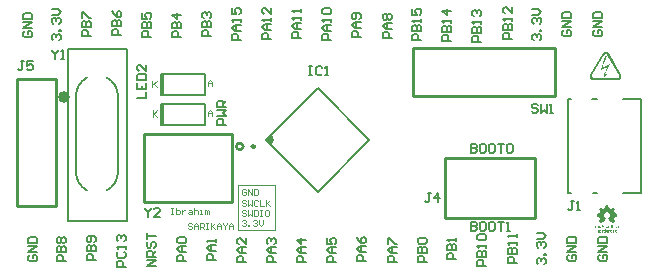
<source format=gto>
G04*
G04 #@! TF.GenerationSoftware,Altium Limited,Altium Designer,20.0.13 (296)*
G04*
G04 Layer_Color=65535*
%FSLAX25Y25*%
%MOIN*%
G70*
G01*
G75*
%ADD10C,0.00787*%
%ADD11C,0.00984*%
%ADD12C,0.00500*%
%ADD13C,0.01000*%
%ADD14C,0.04000*%
%ADD15C,0.00394*%
%ADD16C,0.00400*%
%ADD17C,0.00600*%
%ADD18R,0.01000X0.07000*%
G36*
X85537Y44540D02*
X87207Y46211D01*
X88042Y45375D01*
Y43705D01*
X87207Y42870D01*
X85537Y44540D01*
D02*
G37*
G36*
X199751Y22823D02*
Y22806D01*
X199922Y21935D01*
Y21918D01*
X199939Y21901D01*
X199956Y21884D01*
X200536Y21645D01*
X200588D01*
X201322Y22157D01*
X201339D01*
X201373Y22140D01*
X202005Y21542D01*
Y21525D01*
Y21508D01*
Y21491D01*
Y21474D01*
X201493Y20756D01*
Y20722D01*
Y20705D01*
Y20688D01*
X201766Y20090D01*
Y20073D01*
X201783Y20056D01*
X201817D01*
X202637Y19903D01*
X202671D01*
X202689Y19885D01*
Y19868D01*
Y18997D01*
Y18980D01*
X202671Y18963D01*
X202637D01*
X201835Y18792D01*
X201817D01*
X201800Y18775D01*
X201783Y18758D01*
X201527Y18109D01*
Y18092D01*
Y18075D01*
Y18058D01*
Y18041D01*
X202005Y17375D01*
Y17341D01*
Y17323D01*
X201373Y16709D01*
X201356Y16691D01*
X201339D01*
X201322Y16709D01*
X200656Y17153D01*
X200588D01*
X200314Y16999D01*
X200280D01*
X200263Y17016D01*
X199648Y18485D01*
Y18502D01*
X199665Y18553D01*
X199751Y18587D01*
X199768Y18604D01*
X199785Y18621D01*
X199802Y18639D01*
X199853Y18673D01*
X199922Y18741D01*
X200007Y18826D01*
X200092Y18929D01*
X200161Y19066D01*
X200212Y19219D01*
X200229Y19407D01*
Y19424D01*
Y19476D01*
X200212Y19544D01*
X200195Y19646D01*
X200161Y19749D01*
X200109Y19868D01*
X200041Y19988D01*
X199956Y20090D01*
X199939Y20108D01*
X199904Y20142D01*
X199853Y20176D01*
X199768Y20244D01*
X199665Y20295D01*
X199546Y20330D01*
X199426Y20364D01*
X199273Y20381D01*
X199204D01*
X199136Y20364D01*
X199033Y20347D01*
X198931Y20312D01*
X198811Y20261D01*
X198709Y20193D01*
X198589Y20090D01*
X198572Y20073D01*
X198555Y20039D01*
X198504Y19988D01*
X198453Y19903D01*
X198401Y19800D01*
X198367Y19681D01*
X198333Y19561D01*
X198316Y19407D01*
Y19390D01*
Y19322D01*
X198333Y19236D01*
X198367Y19117D01*
X198418Y18997D01*
X198504Y18861D01*
X198606Y18741D01*
X198760Y18621D01*
Y18604D01*
X198777Y18587D01*
X198794D01*
X198880Y18553D01*
X198897Y18536D01*
Y18485D01*
X198299Y17016D01*
X198282D01*
X198231Y16999D01*
X197940Y17153D01*
X197889D01*
X197223Y16709D01*
X197206Y16691D01*
X197189D01*
X197172Y16709D01*
X196540Y17323D01*
Y17341D01*
Y17358D01*
Y17375D01*
X197018Y18041D01*
Y18058D01*
Y18075D01*
Y18092D01*
Y18109D01*
X196745Y18758D01*
Y18775D01*
X196711Y18792D01*
X195908Y18963D01*
X195891D01*
X195874Y18980D01*
X195856Y18997D01*
Y19868D01*
Y19885D01*
X195874Y19903D01*
X195908D01*
X196728Y20056D01*
X196745D01*
X196796Y20090D01*
X197035Y20688D01*
Y20705D01*
Y20722D01*
Y20739D01*
Y20756D01*
X196540Y21474D01*
Y21491D01*
Y21508D01*
Y21525D01*
Y21542D01*
X197172Y22140D01*
X197189Y22157D01*
X197223D01*
X197940Y21645D01*
X198009D01*
X198589Y21884D01*
X198606D01*
X198623Y21901D01*
Y21935D01*
X198794Y22806D01*
Y22823D01*
X198811Y22840D01*
X199734D01*
X199751Y22823D01*
D02*
G37*
G36*
X202074Y15957D02*
X202142Y15923D01*
X202005Y15752D01*
X201988Y15769D01*
X201971Y15786D01*
X201937Y15803D01*
X201903Y15820D01*
X201869D01*
X201817Y15803D01*
X201749Y15735D01*
X201732Y15684D01*
X201715Y15615D01*
Y15069D01*
X201527D01*
Y15991D01*
X201715D01*
Y15889D01*
X201732Y15906D01*
X201766Y15940D01*
X201852Y15974D01*
X201954Y15991D01*
X202005D01*
X202074Y15957D01*
D02*
G37*
G36*
X198145D02*
X198196Y15906D01*
X198248Y15855D01*
X198282Y15769D01*
X198299Y15667D01*
Y15069D01*
X198111D01*
Y15615D01*
Y15632D01*
Y15650D01*
X198094Y15718D01*
X198026Y15786D01*
X197992Y15820D01*
X197889D01*
X197838Y15803D01*
X197769Y15735D01*
X197752Y15684D01*
X197735Y15615D01*
Y15069D01*
X197547D01*
Y15991D01*
X197735D01*
Y15889D01*
X197752Y15906D01*
X197804Y15940D01*
X197872Y15974D01*
X197992Y15991D01*
X198043D01*
X198145Y15957D01*
D02*
G37*
G36*
X196301Y15974D02*
X196386Y15957D01*
X196471Y15889D01*
X196488Y15872D01*
X196505Y15803D01*
X196523Y15701D01*
Y15530D01*
Y15513D01*
Y15496D01*
Y15393D01*
X196505Y15274D01*
X196471Y15171D01*
X196454Y15154D01*
X196386Y15120D01*
X196301Y15069D01*
X196215Y15052D01*
X196198D01*
X196147Y15069D01*
X196061Y15103D01*
X195959Y15154D01*
Y14437D01*
X195976Y14454D01*
X196027Y14488D01*
X196096Y14522D01*
X196215Y14539D01*
X196266D01*
X196369Y14505D01*
X196420Y14471D01*
X196471Y14403D01*
X196505Y14334D01*
X196523Y14232D01*
Y13634D01*
X196335D01*
Y14164D01*
Y14181D01*
Y14198D01*
X196318Y14266D01*
X196249Y14334D01*
X196215Y14369D01*
X196113D01*
X196061Y14352D01*
X195993Y14283D01*
X195976Y14232D01*
X195959Y14164D01*
Y13634D01*
X195805D01*
Y15991D01*
X195959D01*
Y15889D01*
X195976Y15906D01*
X196044Y15940D01*
X196113Y15974D01*
X196215Y15991D01*
X196232D01*
X196301Y15974D01*
D02*
G37*
G36*
X199324D02*
X199426Y15940D01*
X199546Y15855D01*
X199443Y15735D01*
X199409Y15752D01*
X199341Y15786D01*
X199255Y15803D01*
X199187Y15820D01*
X199153D01*
X199102Y15803D01*
X199050Y15786D01*
X199016Y15718D01*
Y15701D01*
X199033Y15684D01*
X199067Y15650D01*
X199153Y15632D01*
X199307Y15615D01*
X199358D01*
X199443Y15564D01*
X199546Y15479D01*
X199563Y15428D01*
X199580Y15342D01*
Y15325D01*
Y15291D01*
X199563Y15257D01*
X199529Y15205D01*
X199477Y15137D01*
X199409Y15103D01*
X199324Y15069D01*
X199187Y15052D01*
X199153D01*
X199050Y15069D01*
X198931Y15120D01*
X198794Y15223D01*
X198914Y15342D01*
X198931Y15325D01*
X198999Y15291D01*
X199102Y15240D01*
X199204Y15223D01*
X199238D01*
X199307Y15240D01*
X199358Y15274D01*
X199392Y15308D01*
Y15342D01*
Y15359D01*
X199375Y15376D01*
X199341Y15410D01*
X199273Y15445D01*
X199085D01*
X199067Y15462D01*
X198982Y15496D01*
X198897Y15581D01*
X198880Y15632D01*
X198863Y15718D01*
Y15735D01*
Y15769D01*
X198897Y15855D01*
X198948Y15906D01*
X198999Y15957D01*
X199085Y15974D01*
X199187Y15991D01*
X199221D01*
X199324Y15974D01*
D02*
G37*
G36*
X202654D02*
X202757Y15923D01*
X202859Y15837D01*
X202723Y15718D01*
X202706Y15735D01*
X202671Y15769D01*
X202620Y15803D01*
X202535Y15820D01*
X202501D01*
X202432Y15786D01*
X202381Y15752D01*
X202347Y15701D01*
X202330Y15632D01*
X202313Y15530D01*
Y15513D01*
Y15479D01*
X202347Y15393D01*
X202415Y15291D01*
X202466Y15257D01*
X202535Y15240D01*
X202552D01*
X202603Y15257D01*
X202654Y15291D01*
X202723Y15342D01*
X202859Y15223D01*
X202842Y15188D01*
X202774Y15137D01*
X202671Y15086D01*
X202535Y15052D01*
X202466D01*
X202398Y15086D01*
X202330Y15120D01*
X202261Y15171D01*
X202193Y15257D01*
X202142Y15376D01*
X202125Y15530D01*
Y15547D01*
Y15598D01*
X202142Y15684D01*
X202176Y15769D01*
X202227Y15837D01*
X202296Y15923D01*
X202398Y15974D01*
X202535Y15991D01*
X202569D01*
X202654Y15974D01*
D02*
G37*
G36*
X201322Y15069D02*
X201134D01*
Y15154D01*
X201117Y15137D01*
X201066Y15103D01*
X200998Y15069D01*
X200912Y15052D01*
X200861D01*
X200758Y15086D01*
X200690Y15120D01*
X200639Y15188D01*
X200605Y15257D01*
X200588Y15359D01*
Y15991D01*
X200776D01*
Y15445D01*
Y15410D01*
X200793Y15342D01*
X200861Y15274D01*
X200895Y15257D01*
X200963Y15240D01*
X200998D01*
X201049Y15274D01*
X201100Y15325D01*
X201134Y15376D01*
Y15445D01*
Y15991D01*
X201322D01*
Y15069D01*
D02*
G37*
G36*
X203406Y15974D02*
X203491Y15940D01*
X203560Y15906D01*
X203611Y15837D01*
X203662Y15735D01*
X203679Y15615D01*
Y15445D01*
X203098D01*
Y15428D01*
Y15410D01*
X203133Y15342D01*
X203201Y15257D01*
X203252Y15240D01*
X203320Y15223D01*
X203338D01*
X203389Y15240D01*
X203457Y15274D01*
X203508Y15325D01*
X203645Y15205D01*
X203628Y15188D01*
X203560Y15137D01*
X203457Y15069D01*
X203320Y15052D01*
X203252D01*
X203184Y15086D01*
X203116Y15120D01*
X203047Y15171D01*
X202979Y15257D01*
X202928Y15376D01*
X202910Y15530D01*
Y15547D01*
Y15598D01*
X202928Y15684D01*
X202962Y15769D01*
X202996Y15837D01*
X203064Y15923D01*
X203167Y15974D01*
X203286Y15991D01*
X203355D01*
X203406Y15974D01*
D02*
G37*
G36*
X200161D02*
X200246Y15957D01*
X200331Y15889D01*
X200348Y15872D01*
X200383Y15803D01*
X200417Y15701D01*
X200434Y15530D01*
Y15513D01*
Y15496D01*
X200417Y15393D01*
X200400Y15274D01*
X200331Y15171D01*
X200314Y15154D01*
X200263Y15120D01*
X200178Y15069D01*
X200058Y15052D01*
X200024D01*
X199956Y15069D01*
X199870Y15103D01*
X199768Y15171D01*
X199751Y15188D01*
X199734Y15257D01*
X199699Y15376D01*
X199682Y15530D01*
Y15547D01*
Y15564D01*
X199699Y15667D01*
X199717Y15786D01*
X199768Y15889D01*
X199785Y15906D01*
X199836Y15940D01*
X199939Y15974D01*
X200058Y15991D01*
X200092D01*
X200161Y15974D01*
D02*
G37*
G36*
X197137D02*
X197223Y15940D01*
X197291Y15906D01*
X197342Y15837D01*
X197394Y15735D01*
X197411Y15615D01*
Y15445D01*
X196830D01*
Y15428D01*
Y15410D01*
X196864Y15342D01*
X196915Y15257D01*
X196967Y15240D01*
X197035Y15223D01*
X197052D01*
X197120Y15240D01*
X197172Y15274D01*
X197240Y15325D01*
X197394Y15205D01*
X197360Y15188D01*
X197291Y15137D01*
X197189Y15069D01*
X197052Y15052D01*
X196984D01*
X196915Y15086D01*
X196847Y15120D01*
X196779Y15171D01*
X196711Y15257D01*
X196659Y15376D01*
X196642Y15530D01*
Y15547D01*
Y15598D01*
X196659Y15684D01*
X196693Y15769D01*
X196728Y15837D01*
X196796Y15923D01*
X196898Y15974D01*
X197018Y15991D01*
X197086D01*
X197137Y15974D01*
D02*
G37*
G36*
X195378D02*
X195464Y15957D01*
X195532Y15889D01*
X195549Y15872D01*
X195583Y15803D01*
X195617Y15701D01*
X195634Y15530D01*
Y15513D01*
Y15496D01*
X195617Y15393D01*
X195600Y15274D01*
X195532Y15171D01*
X195515Y15154D01*
X195464Y15120D01*
X195378Y15069D01*
X195259Y15052D01*
X195224D01*
X195156Y15069D01*
X195071Y15103D01*
X194968Y15171D01*
X194951Y15188D01*
X194934Y15274D01*
X194917Y15376D01*
X194900Y15530D01*
Y15547D01*
Y15564D01*
X194917Y15667D01*
X194934Y15769D01*
X194968Y15889D01*
X194985Y15906D01*
X195037Y15940D01*
X195139Y15974D01*
X195259Y15991D01*
X195293D01*
X195378Y15974D01*
D02*
G37*
G36*
X201852Y14505D02*
X201920Y14471D01*
X201766Y14317D01*
Y14334D01*
X201732Y14352D01*
X201698Y14369D01*
X201612D01*
X201561Y14352D01*
X201510Y14283D01*
X201476Y14232D01*
Y14164D01*
Y13634D01*
X201288D01*
Y14539D01*
X201476D01*
Y14437D01*
X201493Y14454D01*
X201544Y14488D01*
X201612Y14522D01*
X201732Y14539D01*
X201783D01*
X201852Y14505D01*
D02*
G37*
G36*
X198948Y13634D02*
X198760D01*
Y13702D01*
X198743Y13685D01*
X198692Y13651D01*
X198623Y13617D01*
X198521Y13600D01*
X198504D01*
X198436Y13617D01*
X198350Y13651D01*
X198282Y13737D01*
X198265Y13754D01*
X198248Y13805D01*
X198231Y13839D01*
Y13907D01*
X198214Y13976D01*
Y14078D01*
Y14095D01*
Y14130D01*
X198231Y14232D01*
X198248Y14352D01*
X198265Y14403D01*
X198282Y14437D01*
X198299Y14454D01*
X198333Y14488D01*
X198418Y14522D01*
X198521Y14539D01*
X198538D01*
X198606Y14522D01*
X198675Y14505D01*
X198760Y14437D01*
Y14915D01*
X198948D01*
Y13634D01*
D02*
G37*
G36*
X198145Y14505D02*
X198214Y14471D01*
X198077Y14317D01*
X198060Y14334D01*
X198043Y14352D01*
X197992Y14369D01*
X197923D01*
X197872Y14352D01*
X197804Y14283D01*
X197786Y14232D01*
Y14164D01*
Y13634D01*
X197599D01*
Y14539D01*
X197786D01*
Y14437D01*
X197804Y14454D01*
X197838Y14488D01*
X197906Y14522D01*
X198009Y14539D01*
X198077D01*
X198145Y14505D01*
D02*
G37*
G36*
X200058Y13634D02*
X199887D01*
X199682Y14266D01*
X199495Y13634D01*
X199341D01*
X199050Y14539D01*
X199238D01*
X199409Y13890D01*
X199631Y14539D01*
X199768D01*
X199973Y13890D01*
X200144Y14539D01*
X200348D01*
X200058Y13634D01*
D02*
G37*
G36*
X200912Y14505D02*
X200963Y14471D01*
X201032Y14420D01*
X201066Y14352D01*
X201083Y14249D01*
Y13634D01*
X200912D01*
Y13702D01*
X200895Y13685D01*
X200861Y13651D01*
X200776Y13617D01*
X200673Y13600D01*
X200622D01*
X200519Y13634D01*
X200451Y13668D01*
X200400Y13720D01*
X200366Y13788D01*
X200348Y13890D01*
Y13907D01*
Y13942D01*
X200383Y14027D01*
X200417Y14078D01*
X200485Y14130D01*
X200553Y14147D01*
X200656Y14164D01*
X200912D01*
Y14249D01*
Y14266D01*
X200895Y14317D01*
X200827Y14352D01*
X200793Y14369D01*
X200656D01*
X200588Y14352D01*
X200553Y14317D01*
X200417Y14420D01*
X200434Y14437D01*
X200485Y14488D01*
X200571Y14522D01*
X200724Y14539D01*
X200776D01*
X200912Y14505D01*
D02*
G37*
G36*
X197120Y14522D02*
X197206Y14505D01*
X197274Y14471D01*
X197325Y14420D01*
X197377Y14352D01*
X197394Y14249D01*
Y13634D01*
X197206D01*
Y13702D01*
X197189Y13685D01*
X197155Y13651D01*
X197086Y13617D01*
X196984Y13600D01*
X196932D01*
X196813Y13634D01*
X196745Y13668D01*
X196693Y13720D01*
X196659Y13788D01*
X196642Y13890D01*
Y13907D01*
Y13942D01*
X196676Y14027D01*
X196711Y14078D01*
X196779Y14130D01*
X196847Y14147D01*
X196950Y14164D01*
X197206D01*
Y14249D01*
Y14266D01*
X197189Y14317D01*
X197120Y14352D01*
X197086Y14369D01*
X196950D01*
X196881Y14352D01*
X196830Y14317D01*
X196693Y14420D01*
X196711Y14437D01*
X196779Y14488D01*
X196864Y14522D01*
X197001Y14539D01*
X197069D01*
X197120Y14522D01*
D02*
G37*
G36*
X202415D02*
X202501Y14488D01*
X202569Y14454D01*
X202620Y14386D01*
X202671Y14283D01*
X202689Y14164D01*
Y13993D01*
X202108D01*
Y13976D01*
Y13959D01*
X202142Y13890D01*
X202193Y13805D01*
X202244Y13788D01*
X202313Y13771D01*
X202330D01*
X202398Y13788D01*
X202449Y13822D01*
X202518Y13873D01*
X202654Y13754D01*
X202637Y13737D01*
X202569Y13685D01*
X202466Y13617D01*
X202330Y13600D01*
X202261D01*
X202193Y13634D01*
X202125Y13668D01*
X202057Y13720D01*
X201988Y13805D01*
X201937Y13925D01*
X201920Y14078D01*
Y14095D01*
Y14147D01*
X201937Y14232D01*
X201971Y14317D01*
X202005Y14386D01*
X202074Y14471D01*
X202176Y14522D01*
X202296Y14539D01*
X202364D01*
X202415Y14522D01*
D02*
G37*
G36*
X199017Y73884D02*
X199119Y73870D01*
X199222Y73826D01*
X199354Y73782D01*
X199471Y73709D01*
X199588Y73621D01*
X199602Y73606D01*
X199632Y73577D01*
X199661Y73548D01*
X199690Y73504D01*
X199705Y73489D01*
X199720Y73460D01*
X199793Y73372D01*
X203980Y66110D01*
X203994Y66096D01*
X204009Y66052D01*
X204038Y65979D01*
X204068Y65876D01*
X204097Y65774D01*
X204112Y65642D01*
Y65496D01*
X204097Y65334D01*
Y65320D01*
X204082Y65291D01*
X204068Y65247D01*
X204053Y65188D01*
Y65173D01*
X204038Y65144D01*
X204024Y65100D01*
X203994Y65042D01*
X203980D01*
X203965Y65027D01*
X203936Y64983D01*
X203892Y64925D01*
X203833Y64837D01*
X203746Y64763D01*
X203643Y64676D01*
X203526Y64603D01*
X203380Y64544D01*
X203365D01*
X203321Y64529D01*
X203277Y64515D01*
X203189D01*
X203145Y64500D01*
X194610D01*
X194537Y64515D01*
X194434Y64529D01*
X194317Y64559D01*
X194186Y64617D01*
X194069Y64676D01*
X193937Y64778D01*
X193922Y64793D01*
X193907Y64822D01*
X193834Y64895D01*
X193820Y64910D01*
X193805Y64939D01*
X193746Y65027D01*
Y65042D01*
X193732Y65056D01*
X193717Y65100D01*
X193688Y65173D01*
X193659Y65261D01*
X193629Y65378D01*
X193600Y65496D01*
Y65642D01*
X193615Y65788D01*
Y65803D01*
X193629Y65847D01*
X193644Y65905D01*
X193659Y65935D01*
Y65949D01*
X193673Y65979D01*
X193702Y66023D01*
X193732Y66081D01*
Y66096D01*
X193746D01*
X197933Y73357D01*
Y73372D01*
X197948Y73387D01*
X198021Y73474D01*
X198109Y73591D01*
X198241Y73709D01*
X198270Y73723D01*
X198329Y73752D01*
X198343D01*
X198373Y73782D01*
X198417Y73796D01*
X198490Y73826D01*
X198665Y73870D01*
X198870Y73899D01*
X198944D01*
X199017Y73884D01*
D02*
G37*
%LPC*%
G36*
X196147Y15820D02*
X196113D01*
X196061Y15786D01*
X196027Y15752D01*
X195993Y15701D01*
X195976Y15632D01*
X195959Y15530D01*
Y15513D01*
Y15479D01*
X195976Y15393D01*
X196044Y15291D01*
X196079Y15257D01*
X196147Y15240D01*
X196181D01*
X196249Y15274D01*
X196283Y15308D01*
X196301Y15359D01*
X196335Y15428D01*
Y15530D01*
Y15547D01*
Y15581D01*
X196318Y15684D01*
X196249Y15769D01*
X196215Y15803D01*
X196147Y15820D01*
D02*
G37*
G36*
X203338D02*
X203252D01*
X203201Y15803D01*
X203133Y15735D01*
X203116Y15684D01*
X203098Y15615D01*
X203491D01*
Y15632D01*
Y15650D01*
X203457Y15718D01*
X203389Y15786D01*
X203338Y15820D01*
D02*
G37*
G36*
X200058D02*
X200041D01*
X200007Y15803D01*
X199956Y15786D01*
X199922Y15735D01*
X199904Y15701D01*
X199887Y15632D01*
X199870Y15530D01*
Y15496D01*
Y15445D01*
X199887Y15359D01*
X199922Y15308D01*
Y15291D01*
X199939Y15274D01*
X199990Y15257D01*
X200058Y15240D01*
X200075D01*
X200109Y15257D01*
X200161Y15274D01*
X200195Y15308D01*
X200212Y15325D01*
X200229Y15359D01*
X200246Y15428D01*
Y15530D01*
Y15564D01*
Y15615D01*
X200229Y15684D01*
X200195Y15735D01*
Y15752D01*
X200161Y15786D01*
X200127Y15803D01*
X200058Y15820D01*
D02*
G37*
G36*
X197069D02*
X196984D01*
X196932Y15803D01*
X196864Y15735D01*
X196847Y15684D01*
X196830Y15615D01*
X197223D01*
Y15632D01*
Y15650D01*
X197189Y15718D01*
X197120Y15786D01*
X197069Y15820D01*
D02*
G37*
G36*
X195259D02*
X195242D01*
X195207Y15803D01*
X195156Y15786D01*
X195122Y15735D01*
X195105Y15718D01*
X195088Y15684D01*
X195071Y15615D01*
X195054Y15530D01*
Y15513D01*
X195071Y15445D01*
X195088Y15376D01*
X195122Y15308D01*
Y15291D01*
X195139Y15274D01*
X195190Y15257D01*
X195259Y15240D01*
X195276D01*
X195327Y15257D01*
X195378Y15274D01*
X195412Y15308D01*
Y15325D01*
X195430Y15359D01*
X195447Y15428D01*
Y15530D01*
Y15564D01*
Y15615D01*
X195430Y15684D01*
X195412Y15735D01*
X195395Y15752D01*
X195378Y15786D01*
X195327Y15803D01*
X195259Y15820D01*
D02*
G37*
G36*
X198589Y14369D02*
X198555D01*
X198504Y14334D01*
X198470Y14300D01*
X198436Y14249D01*
X198418Y14181D01*
X198401Y14078D01*
Y14061D01*
Y14027D01*
X198418Y13942D01*
X198487Y13839D01*
X198521Y13805D01*
X198589Y13788D01*
X198623D01*
X198675Y13822D01*
X198709Y13856D01*
X198726Y13907D01*
X198760Y13976D01*
Y14078D01*
Y14095D01*
Y14130D01*
X198743Y14232D01*
X198692Y14317D01*
X198641Y14352D01*
X198589Y14369D01*
D02*
G37*
G36*
X200912Y13993D02*
X200673D01*
X200622Y13976D01*
X200553Y13959D01*
X200536Y13890D01*
Y13873D01*
X200553Y13839D01*
X200605Y13788D01*
X200690Y13771D01*
X200724D01*
X200810Y13788D01*
X200878Y13839D01*
X200895Y13890D01*
X200912Y13942D01*
Y13993D01*
D02*
G37*
G36*
X197206D02*
X196967D01*
X196915Y13976D01*
X196847Y13959D01*
X196830Y13890D01*
Y13873D01*
X196847Y13839D01*
X196898Y13788D01*
X197001Y13771D01*
X197035D01*
X197103Y13788D01*
X197172Y13839D01*
X197206Y13890D01*
Y13942D01*
Y13993D01*
D02*
G37*
G36*
X202347Y14369D02*
X202261D01*
X202210Y14352D01*
X202142Y14283D01*
X202125Y14232D01*
X202108Y14164D01*
X202501D01*
Y14181D01*
Y14198D01*
X202466Y14266D01*
X202398Y14334D01*
X202347Y14369D01*
D02*
G37*
G36*
X198870Y73196D02*
X198841D01*
X198768Y73181D01*
X198680Y73167D01*
X198578Y73108D01*
X198563D01*
X198548Y73094D01*
X198534Y73079D01*
X198519Y73064D01*
X198475Y73035D01*
X198417Y72962D01*
X198358Y72889D01*
X194376Y65993D01*
Y65979D01*
X194361Y65964D01*
X194332Y65905D01*
Y65876D01*
X194317Y65832D01*
Y65818D01*
Y65788D01*
X194303Y65759D01*
Y65701D01*
X194317Y65569D01*
X194347Y65496D01*
X194376Y65422D01*
X194391Y65393D01*
X194434Y65349D01*
X194449Y65334D01*
X194493Y65291D01*
X194508D01*
X194522Y65261D01*
X194610Y65217D01*
X194727Y65159D01*
X194800Y65144D01*
X194888Y65130D01*
X202853D01*
Y65144D01*
X202955D01*
X202999Y65159D01*
X203028Y65173D01*
X203013Y65159D01*
X203028D01*
X203057Y65173D01*
X203145Y65217D01*
X203248Y65291D01*
X203350Y65422D01*
X203365Y65452D01*
X203394Y65510D01*
X203409Y65613D01*
X203423Y65715D01*
Y65730D01*
Y65759D01*
Y65774D01*
Y65788D01*
X203409Y65847D01*
X203394Y65920D01*
X203350Y66008D01*
X203336D01*
X199354Y72903D01*
Y72918D01*
X199339Y72933D01*
X199310Y72977D01*
X199295Y72991D01*
X199251Y73035D01*
X199222Y73064D01*
X199149Y73108D01*
X199017Y73152D01*
X198870Y73181D01*
Y73196D01*
D02*
G37*
%LPD*%
G36*
X197714Y68453D02*
X200334Y69814D01*
X198739Y66506D01*
X199310Y66652D01*
X198358Y65539D01*
X198138Y66872D01*
X198578Y66520D01*
X199207Y68907D01*
X197187Y67911D01*
X198475Y72376D01*
X199427Y72406D01*
X197714Y68453D01*
D02*
G37*
D10*
X87207Y42870D02*
G03*
X87207Y46211I-1670J1670D01*
G01*
X102797Y27280D02*
X120057Y44540D01*
X85537D02*
X102797Y61800D01*
X120057Y44540D01*
X85537D02*
X102797Y27280D01*
D11*
X81853Y42313D02*
G03*
X81853Y42313I-492J0D01*
G01*
D12*
X32480Y27646D02*
G03*
X36232Y33847I-3248J6201D01*
G01*
X22232D02*
G03*
X25984Y27646I7000J0D01*
G01*
X36232Y59146D02*
G03*
X32480Y65347I-7000J0D01*
G01*
X25984D02*
G03*
X22232Y59146I3248J-6201D01*
G01*
X210757Y26948D02*
Y58050D01*
X204757Y26948D02*
X210757D01*
X204757Y58050D02*
X210757D01*
X194526Y26948D02*
X195926D01*
X194426Y58050D02*
X195826D01*
X186171Y26948D02*
Y58050D01*
X187126D01*
X186171Y26948D02*
X187126D01*
X22197Y33811D02*
X22197Y59346D01*
X36232Y33846D02*
Y59346D01*
X19632Y74846D02*
X39332Y74847D01*
X19632Y17346D02*
Y74846D01*
Y17346D02*
X39332Y17346D01*
Y74847D01*
X50738Y49649D02*
X65354D01*
X65354Y56649D01*
X50738Y56649D02*
X65354Y56649D01*
X50738Y49649D02*
Y56649D01*
X50640Y59590D02*
X65256D01*
Y66590D01*
X50640D02*
X65256D01*
X50640Y59590D02*
Y66590D01*
D13*
X77992Y42339D02*
G03*
X77992Y42339I-1118J0D01*
G01*
X145138Y38465D02*
X175138D01*
X145138Y18465D02*
Y38465D01*
Y18465D02*
X175138D01*
Y38465D01*
X181890Y59126D02*
X181890Y75100D01*
X134646D02*
X181890D01*
X134646Y59126D02*
Y75100D01*
Y59126D02*
X181890D01*
X44874Y23839D02*
X74374D01*
X44874D02*
Y46339D01*
X74374D01*
Y23839D02*
Y46339D01*
X15655Y22630D02*
Y61730D01*
Y64730D01*
X2655D02*
X15655D01*
X2655Y22630D02*
Y64730D01*
Y22630D02*
X15655D01*
D14*
X18155Y58830D02*
D03*
D15*
X76300Y29400D02*
X88479D01*
Y14400D02*
Y29400D01*
X76300Y14400D02*
X88479D01*
X76300D02*
Y29400D01*
D16*
X60833Y16466D02*
X60500Y16799D01*
X59833D01*
X59500Y16466D01*
Y16133D01*
X59833Y15800D01*
X60500D01*
X60833Y15466D01*
Y15133D01*
X60500Y14800D01*
X59833D01*
X59500Y15133D01*
X61499Y14800D02*
Y16133D01*
X62166Y16799D01*
X62832Y16133D01*
Y14800D01*
Y15800D01*
X61499D01*
X63499Y14800D02*
Y16799D01*
X64498D01*
X64832Y16466D01*
Y15800D01*
X64498Y15466D01*
X63499D01*
X64165D02*
X64832Y14800D01*
X65498Y16799D02*
X66164D01*
X65831D01*
Y14800D01*
X65498D01*
X66164D01*
X67164Y16799D02*
Y14800D01*
Y15466D01*
X68497Y16799D01*
X67497Y15800D01*
X68497Y14800D01*
X69164D02*
Y16133D01*
X69830Y16799D01*
X70496Y16133D01*
Y14800D01*
Y15800D01*
X69164D01*
X71163Y16799D02*
Y16466D01*
X71829Y15800D01*
X72496Y16466D01*
Y16799D01*
X71829Y15800D02*
Y14800D01*
X73162D02*
Y16133D01*
X73829Y16799D01*
X74495Y16133D01*
Y14800D01*
Y15800D01*
X73162D01*
X54000Y21699D02*
X54666D01*
X54333D01*
Y19700D01*
X54000D01*
X54666D01*
X55666Y21699D02*
Y19700D01*
X56666D01*
X56999Y20033D01*
Y20367D01*
Y20700D01*
X56666Y21033D01*
X55666D01*
X57665D02*
Y19700D01*
Y20367D01*
X57999Y20700D01*
X58332Y21033D01*
X58665D01*
X59998D02*
X60664D01*
X60998Y20700D01*
Y19700D01*
X59998D01*
X59665Y20033D01*
X59998Y20367D01*
X60998D01*
X61664Y21699D02*
Y19700D01*
Y20700D01*
X61997Y21033D01*
X62664D01*
X62997Y20700D01*
Y19700D01*
X63664D02*
X64330D01*
X63997D01*
Y21033D01*
X63664D01*
X65330Y19700D02*
Y21033D01*
X65663D01*
X65996Y20700D01*
Y19700D01*
Y20700D01*
X66329Y21033D01*
X66663Y20700D01*
Y19700D01*
X77700Y17466D02*
X78033Y17799D01*
X78700D01*
X79033Y17466D01*
Y17133D01*
X78700Y16800D01*
X78366D01*
X78700D01*
X79033Y16466D01*
Y16133D01*
X78700Y15800D01*
X78033D01*
X77700Y16133D01*
X79699Y15800D02*
Y16133D01*
X80033D01*
Y15800D01*
X79699D01*
X81366Y17466D02*
X81699Y17799D01*
X82365D01*
X82698Y17466D01*
Y17133D01*
X82365Y16800D01*
X82032D01*
X82365D01*
X82698Y16466D01*
Y16133D01*
X82365Y15800D01*
X81699D01*
X81366Y16133D01*
X83365Y17799D02*
Y16466D01*
X84031Y15800D01*
X84698Y16466D01*
Y17799D01*
X79033Y20866D02*
X78700Y21199D01*
X78033D01*
X77700Y20866D01*
Y20533D01*
X78033Y20200D01*
X78700D01*
X79033Y19866D01*
Y19533D01*
X78700Y19200D01*
X78033D01*
X77700Y19533D01*
X79699Y21199D02*
Y19200D01*
X80366Y19866D01*
X81032Y19200D01*
Y21199D01*
X81699D02*
Y19200D01*
X82698D01*
X83032Y19533D01*
Y20866D01*
X82698Y21199D01*
X81699D01*
X83698D02*
X84364D01*
X84031D01*
Y19200D01*
X83698D01*
X84364D01*
X86364Y21199D02*
X85697D01*
X85364Y20866D01*
Y19533D01*
X85697Y19200D01*
X86364D01*
X86697Y19533D01*
Y20866D01*
X86364Y21199D01*
X79033Y24266D02*
X78700Y24599D01*
X78033D01*
X77700Y24266D01*
Y23933D01*
X78033Y23600D01*
X78700D01*
X79033Y23267D01*
Y22933D01*
X78700Y22600D01*
X78033D01*
X77700Y22933D01*
X79699Y24599D02*
Y22600D01*
X80366Y23267D01*
X81032Y22600D01*
Y24599D01*
X83032Y24266D02*
X82698Y24599D01*
X82032D01*
X81699Y24266D01*
Y22933D01*
X82032Y22600D01*
X82698D01*
X83032Y22933D01*
X83698Y24599D02*
Y22600D01*
X85031D01*
X85697Y24599D02*
Y22600D01*
Y23267D01*
X87030Y24599D01*
X86031Y23600D01*
X87030Y22600D01*
X79033Y27666D02*
X78700Y27999D01*
X78033D01*
X77700Y27666D01*
Y26333D01*
X78033Y26000D01*
X78700D01*
X79033Y26333D01*
Y27000D01*
X78366D01*
X79699Y26000D02*
Y27999D01*
X81032Y26000D01*
Y27999D01*
X81699D02*
Y26000D01*
X82698D01*
X83032Y26333D01*
Y27666D01*
X82698Y27999D01*
X81699D01*
X47835Y54364D02*
Y52165D01*
Y52898D01*
X49301Y54364D01*
X48201Y53265D01*
X49301Y52165D01*
X66388Y52460D02*
Y53793D01*
X67054Y54460D01*
X67721Y53793D01*
Y52460D01*
Y53460D01*
X66388D01*
X47736Y64305D02*
Y62106D01*
Y62839D01*
X49202Y64305D01*
X48103Y63206D01*
X49202Y62106D01*
X66289Y62401D02*
Y63734D01*
X66956Y64401D01*
X67622Y63734D01*
Y62401D01*
Y63401D01*
X66289D01*
D17*
X195201Y80999D02*
X194701Y80500D01*
Y79500D01*
X195201Y79000D01*
X197200D01*
X197700Y79500D01*
Y80500D01*
X197200Y80999D01*
X196201D01*
Y80000D01*
X197700Y81999D02*
X194701D01*
X197700Y83998D01*
X194701D01*
Y84998D02*
X197700D01*
Y86498D01*
X197200Y86997D01*
X195201D01*
X194701Y86498D01*
Y84998D01*
X184901Y80999D02*
X184401Y80500D01*
Y79500D01*
X184901Y79000D01*
X186900D01*
X187400Y79500D01*
Y80500D01*
X186900Y80999D01*
X185900D01*
Y80000D01*
X187400Y81999D02*
X184401D01*
X187400Y83998D01*
X184401D01*
Y84998D02*
X187400D01*
Y86498D01*
X186900Y86997D01*
X184901D01*
X184401Y86498D01*
Y84998D01*
X174801Y77800D02*
X174301Y78300D01*
Y79299D01*
X174801Y79799D01*
X175301D01*
X175801Y79299D01*
Y78800D01*
Y79299D01*
X176300Y79799D01*
X176800D01*
X177300Y79299D01*
Y78300D01*
X176800Y77800D01*
X177300Y80799D02*
X176800D01*
Y81299D01*
X177300D01*
Y80799D01*
X174801Y83298D02*
X174301Y83798D01*
Y84798D01*
X174801Y85298D01*
X175301D01*
X175801Y84798D01*
Y84298D01*
Y84798D01*
X176300Y85298D01*
X176800D01*
X177300Y84798D01*
Y83798D01*
X176800Y83298D01*
X174301Y86297D02*
X176300D01*
X177300Y87297D01*
X176300Y88297D01*
X174301D01*
X167600Y78200D02*
X164601D01*
Y79699D01*
X165101Y80199D01*
X166101D01*
X166600Y79699D01*
Y78200D01*
X164601Y81199D02*
X167600D01*
Y82699D01*
X167100Y83198D01*
X166600D01*
X166101Y82699D01*
Y81199D01*
Y82699D01*
X165601Y83198D01*
X165101D01*
X164601Y82699D01*
Y81199D01*
X167600Y84198D02*
Y85198D01*
Y84698D01*
X164601D01*
X165101Y84198D01*
X167600Y88697D02*
Y86697D01*
X165601Y88697D01*
X165101D01*
X164601Y88197D01*
Y87197D01*
X165101Y86697D01*
X157400Y77200D02*
X154401D01*
Y78699D01*
X154901Y79199D01*
X155901D01*
X156400Y78699D01*
Y77200D01*
X154401Y80199D02*
X157400D01*
Y81699D01*
X156900Y82198D01*
X156400D01*
X155901Y81699D01*
Y80199D01*
Y81699D01*
X155401Y82198D01*
X154901D01*
X154401Y81699D01*
Y80199D01*
X157400Y83198D02*
Y84198D01*
Y83698D01*
X154401D01*
X154901Y83198D01*
Y85697D02*
X154401Y86197D01*
Y87197D01*
X154901Y87697D01*
X155401D01*
X155901Y87197D01*
Y86697D01*
Y87197D01*
X156400Y87697D01*
X156900D01*
X157400Y87197D01*
Y86197D01*
X156900Y85697D01*
X147300Y77600D02*
X144301D01*
Y79100D01*
X144801Y79599D01*
X145800D01*
X146300Y79100D01*
Y77600D01*
X144301Y80599D02*
X147300D01*
Y82099D01*
X146800Y82598D01*
X146300D01*
X145800Y82099D01*
Y80599D01*
Y82099D01*
X145301Y82598D01*
X144801D01*
X144301Y82099D01*
Y80599D01*
X147300Y83598D02*
Y84598D01*
Y84098D01*
X144301D01*
X144801Y83598D01*
X147300Y87597D02*
X144301D01*
X145800Y86097D01*
Y88097D01*
X137400Y77800D02*
X134401D01*
Y79299D01*
X134901Y79799D01*
X135900D01*
X136400Y79299D01*
Y77800D01*
X134401Y80799D02*
X137400D01*
Y82299D01*
X136900Y82798D01*
X136400D01*
X135900Y82299D01*
Y80799D01*
Y82299D01*
X135401Y82798D01*
X134901D01*
X134401Y82299D01*
Y80799D01*
X137400Y83798D02*
Y84798D01*
Y84298D01*
X134401D01*
X134901Y83798D01*
X134401Y88297D02*
Y86297D01*
X135900D01*
X135401Y87297D01*
Y87797D01*
X135900Y88297D01*
X136900D01*
X137400Y87797D01*
Y86797D01*
X136900Y86297D01*
X127500Y78600D02*
X124501D01*
Y80099D01*
X125001Y80599D01*
X126000D01*
X126500Y80099D01*
Y78600D01*
X127500Y81599D02*
X125501D01*
X124501Y82599D01*
X125501Y83598D01*
X127500D01*
X126000D01*
Y81599D01*
X125001Y84598D02*
X124501Y85098D01*
Y86098D01*
X125001Y86597D01*
X125501D01*
X126000Y86098D01*
X126500Y86597D01*
X127000D01*
X127500Y86098D01*
Y85098D01*
X127000Y84598D01*
X126500D01*
X126000Y85098D01*
X125501Y84598D01*
X125001D01*
X126000Y85098D02*
Y86098D01*
X117200Y78700D02*
X114201D01*
Y80199D01*
X114701Y80699D01*
X115700D01*
X116200Y80199D01*
Y78700D01*
X117200Y81699D02*
X115201D01*
X114201Y82699D01*
X115201Y83698D01*
X117200D01*
X115700D01*
Y81699D01*
X116700Y84698D02*
X117200Y85198D01*
Y86198D01*
X116700Y86697D01*
X114701D01*
X114201Y86198D01*
Y85198D01*
X114701Y84698D01*
X115201D01*
X115700Y85198D01*
Y86697D01*
X107400Y77900D02*
X104401D01*
Y79400D01*
X104901Y79899D01*
X105901D01*
X106400Y79400D01*
Y77900D01*
X107400Y80899D02*
X105401D01*
X104401Y81899D01*
X105401Y82898D01*
X107400D01*
X105901D01*
Y80899D01*
X107400Y83898D02*
Y84898D01*
Y84398D01*
X104401D01*
X104901Y83898D01*
Y86397D02*
X104401Y86897D01*
Y87897D01*
X104901Y88397D01*
X106900D01*
X107400Y87897D01*
Y86897D01*
X106900Y86397D01*
X104901D01*
X97300Y78500D02*
X94301D01*
Y80000D01*
X94801Y80499D01*
X95801D01*
X96300Y80000D01*
Y78500D01*
X97300Y81499D02*
X95301D01*
X94301Y82499D01*
X95301Y83498D01*
X97300D01*
X95801D01*
Y81499D01*
X97300Y84498D02*
Y85498D01*
Y84998D01*
X94301D01*
X94801Y84498D01*
X97300Y86997D02*
Y87997D01*
Y87497D01*
X94301D01*
X94801Y86997D01*
X87400Y78100D02*
X84401D01*
Y79599D01*
X84901Y80099D01*
X85900D01*
X86400Y79599D01*
Y78100D01*
X87400Y81099D02*
X85401D01*
X84401Y82099D01*
X85401Y83098D01*
X87400D01*
X85900D01*
Y81099D01*
X87400Y84098D02*
Y85098D01*
Y84598D01*
X84401D01*
X84901Y84098D01*
X87400Y88597D02*
Y86597D01*
X85401Y88597D01*
X84901D01*
X84401Y88097D01*
Y87097D01*
X84901Y86597D01*
X77200Y77900D02*
X74201D01*
Y79400D01*
X74701Y79899D01*
X75700D01*
X76200Y79400D01*
Y77900D01*
X77200Y80899D02*
X75201D01*
X74201Y81899D01*
X75201Y82898D01*
X77200D01*
X75700D01*
Y80899D01*
X77200Y83898D02*
Y84898D01*
Y84398D01*
X74201D01*
X74701Y83898D01*
X74201Y88397D02*
Y86397D01*
X75700D01*
X75201Y87397D01*
Y87897D01*
X75700Y88397D01*
X76700D01*
X77200Y87897D01*
Y86897D01*
X76700Y86397D01*
X67300Y79100D02*
X64301D01*
Y80599D01*
X64801Y81099D01*
X65800D01*
X66300Y80599D01*
Y79100D01*
X64301Y82099D02*
X67300D01*
Y83599D01*
X66800Y84098D01*
X66300D01*
X65800Y83599D01*
Y82099D01*
Y83599D01*
X65301Y84098D01*
X64801D01*
X64301Y83599D01*
Y82099D01*
X64801Y85098D02*
X64301Y85598D01*
Y86598D01*
X64801Y87097D01*
X65301D01*
X65800Y86598D01*
Y86098D01*
Y86598D01*
X66300Y87097D01*
X66800D01*
X67300Y86598D01*
Y85598D01*
X66800Y85098D01*
X57400Y78800D02*
X54401D01*
Y80300D01*
X54901Y80799D01*
X55901D01*
X56400Y80300D01*
Y78800D01*
X54401Y81799D02*
X57400D01*
Y83299D01*
X56900Y83798D01*
X56400D01*
X55901Y83299D01*
Y81799D01*
Y83299D01*
X55401Y83798D01*
X54901D01*
X54401Y83299D01*
Y81799D01*
X57400Y86298D02*
X54401D01*
X55901Y84798D01*
Y86797D01*
X47300Y78900D02*
X44301D01*
Y80400D01*
X44801Y80899D01*
X45801D01*
X46300Y80400D01*
Y78900D01*
X44301Y81899D02*
X47300D01*
Y83399D01*
X46800Y83898D01*
X46300D01*
X45801Y83399D01*
Y81899D01*
Y83399D01*
X45301Y83898D01*
X44801D01*
X44301Y83399D01*
Y81899D01*
Y86897D02*
Y84898D01*
X45801D01*
X45301Y85898D01*
Y86398D01*
X45801Y86897D01*
X46800D01*
X47300Y86398D01*
Y85398D01*
X46800Y84898D01*
X37400Y79400D02*
X34401D01*
Y80900D01*
X34901Y81399D01*
X35901D01*
X36400Y80900D01*
Y79400D01*
X34401Y82399D02*
X37400D01*
Y83899D01*
X36900Y84398D01*
X36400D01*
X35901Y83899D01*
Y82399D01*
Y83899D01*
X35401Y84398D01*
X34901D01*
X34401Y83899D01*
Y82399D01*
Y87397D02*
X34901Y86398D01*
X35901Y85398D01*
X36900D01*
X37400Y85898D01*
Y86898D01*
X36900Y87397D01*
X36400D01*
X35901Y86898D01*
Y85398D01*
X27200Y79100D02*
X24201D01*
Y80599D01*
X24701Y81099D01*
X25701D01*
X26200Y80599D01*
Y79100D01*
X24201Y82099D02*
X27200D01*
Y83599D01*
X26700Y84098D01*
X26200D01*
X25701Y83599D01*
Y82099D01*
Y83599D01*
X25201Y84098D01*
X24701D01*
X24201Y83599D01*
Y82099D01*
Y85098D02*
Y87097D01*
X24701D01*
X26700Y85098D01*
X27200D01*
X14701Y77800D02*
X14201Y78300D01*
Y79299D01*
X14701Y79799D01*
X15201D01*
X15700Y79299D01*
Y78800D01*
Y79299D01*
X16200Y79799D01*
X16700D01*
X17200Y79299D01*
Y78300D01*
X16700Y77800D01*
X17200Y80799D02*
X16700D01*
Y81299D01*
X17200D01*
Y80799D01*
X14701Y83298D02*
X14201Y83798D01*
Y84798D01*
X14701Y85298D01*
X15201D01*
X15700Y84798D01*
Y84298D01*
Y84798D01*
X16200Y85298D01*
X16700D01*
X17200Y84798D01*
Y83798D01*
X16700Y83298D01*
X14201Y86297D02*
X16200D01*
X17200Y87297D01*
X16200Y88297D01*
X14201D01*
X5201Y80699D02*
X4701Y80199D01*
Y79200D01*
X5201Y78700D01*
X7200D01*
X7700Y79200D01*
Y80199D01*
X7200Y80699D01*
X6200D01*
Y79700D01*
X7700Y81699D02*
X4701D01*
X7700Y83698D01*
X4701D01*
Y84698D02*
X7700D01*
Y86198D01*
X7200Y86697D01*
X5201D01*
X4701Y86198D01*
Y84698D01*
X6801Y5999D02*
X6301Y5500D01*
Y4500D01*
X6801Y4000D01*
X8800D01*
X9300Y4500D01*
Y5500D01*
X8800Y5999D01*
X7801D01*
Y5000D01*
X9300Y6999D02*
X6301D01*
X9300Y8998D01*
X6301D01*
Y9998D02*
X9300D01*
Y11498D01*
X8800Y11997D01*
X6801D01*
X6301Y11498D01*
Y9998D01*
X18800Y4100D02*
X15801D01*
Y5599D01*
X16301Y6099D01*
X17300D01*
X17800Y5599D01*
Y4100D01*
X15801Y7099D02*
X18800D01*
Y8599D01*
X18300Y9098D01*
X17800D01*
X17300Y8599D01*
Y7099D01*
Y8599D01*
X16801Y9098D01*
X16301D01*
X15801Y8599D01*
Y7099D01*
X16301Y10098D02*
X15801Y10598D01*
Y11598D01*
X16301Y12097D01*
X16801D01*
X17300Y11598D01*
X17800Y12097D01*
X18300D01*
X18800Y11598D01*
Y10598D01*
X18300Y10098D01*
X17800D01*
X17300Y10598D01*
X16801Y10098D01*
X16301D01*
X17300Y10598D02*
Y11598D01*
X28800Y4400D02*
X25801D01*
Y5900D01*
X26301Y6399D01*
X27301D01*
X27800Y5900D01*
Y4400D01*
X25801Y7399D02*
X28800D01*
Y8899D01*
X28300Y9398D01*
X27800D01*
X27301Y8899D01*
Y7399D01*
Y8899D01*
X26801Y9398D01*
X26301D01*
X25801Y8899D01*
Y7399D01*
X28300Y10398D02*
X28800Y10898D01*
Y11898D01*
X28300Y12397D01*
X26301D01*
X25801Y11898D01*
Y10898D01*
X26301Y10398D01*
X26801D01*
X27301Y10898D01*
Y12397D01*
X38900Y2300D02*
X35901D01*
Y3799D01*
X36401Y4299D01*
X37400D01*
X37900Y3799D01*
Y2300D01*
X36401Y7298D02*
X35901Y6799D01*
Y5799D01*
X36401Y5299D01*
X38400D01*
X38900Y5799D01*
Y6799D01*
X38400Y7298D01*
X38900Y8298D02*
Y9298D01*
Y8798D01*
X35901D01*
X36401Y8298D01*
Y10797D02*
X35901Y11297D01*
Y12297D01*
X36401Y12797D01*
X36901D01*
X37400Y12297D01*
Y11797D01*
Y12297D01*
X37900Y12797D01*
X38400D01*
X38900Y12297D01*
Y11297D01*
X38400Y10797D01*
X48900Y2600D02*
X45901D01*
X48900Y4599D01*
X45901D01*
X48900Y5599D02*
X45901D01*
Y7099D01*
X46401Y7598D01*
X47401D01*
X47900Y7099D01*
Y5599D01*
Y6599D02*
X48900Y7598D01*
X46401Y10597D02*
X45901Y10098D01*
Y9098D01*
X46401Y8598D01*
X46901D01*
X47401Y9098D01*
Y10098D01*
X47900Y10597D01*
X48400D01*
X48900Y10098D01*
Y9098D01*
X48400Y8598D01*
X45901Y11597D02*
Y13596D01*
Y12597D01*
X48900D01*
X59000Y4100D02*
X56001D01*
Y5599D01*
X56501Y6099D01*
X57500D01*
X58000Y5599D01*
Y4100D01*
X59000Y7099D02*
X57001D01*
X56001Y8099D01*
X57001Y9098D01*
X59000D01*
X57500D01*
Y7099D01*
X56501Y10098D02*
X56001Y10598D01*
Y11598D01*
X56501Y12097D01*
X58500D01*
X59000Y11598D01*
Y10598D01*
X58500Y10098D01*
X56501D01*
X68900Y4400D02*
X65901D01*
Y5900D01*
X66401Y6399D01*
X67400D01*
X67900Y5900D01*
Y4400D01*
X68900Y7399D02*
X66901D01*
X65901Y8399D01*
X66901Y9398D01*
X68900D01*
X67400D01*
Y7399D01*
X68900Y10398D02*
Y11398D01*
Y10898D01*
X65901D01*
X66401Y10398D01*
X79000Y3700D02*
X76001D01*
Y5200D01*
X76501Y5699D01*
X77500D01*
X78000Y5200D01*
Y3700D01*
X79000Y6699D02*
X77001D01*
X76001Y7699D01*
X77001Y8698D01*
X79000D01*
X77500D01*
Y6699D01*
X79000Y11697D02*
Y9698D01*
X77001Y11697D01*
X76501D01*
X76001Y11198D01*
Y10198D01*
X76501Y9698D01*
X88800Y3700D02*
X85801D01*
Y5200D01*
X86301Y5699D01*
X87300D01*
X87800Y5200D01*
Y3700D01*
X88800Y6699D02*
X86801D01*
X85801Y7699D01*
X86801Y8698D01*
X88800D01*
X87300D01*
Y6699D01*
X86301Y9698D02*
X85801Y10198D01*
Y11198D01*
X86301Y11697D01*
X86801D01*
X87300Y11198D01*
Y10698D01*
Y11198D01*
X87800Y11697D01*
X88300D01*
X88800Y11198D01*
Y10198D01*
X88300Y9698D01*
X98900Y3800D02*
X95901D01*
Y5300D01*
X96401Y5799D01*
X97400D01*
X97900Y5300D01*
Y3800D01*
X98900Y6799D02*
X96901D01*
X95901Y7799D01*
X96901Y8798D01*
X98900D01*
X97400D01*
Y6799D01*
X98900Y11298D02*
X95901D01*
X97400Y9798D01*
Y11797D01*
X109000Y3700D02*
X106001D01*
Y5200D01*
X106501Y5699D01*
X107501D01*
X108000Y5200D01*
Y3700D01*
X109000Y6699D02*
X107001D01*
X106001Y7699D01*
X107001Y8698D01*
X109000D01*
X107501D01*
Y6699D01*
X106001Y11697D02*
Y9698D01*
X107501D01*
X107001Y10698D01*
Y11198D01*
X107501Y11697D01*
X108500D01*
X109000Y11198D01*
Y10198D01*
X108500Y9698D01*
X118800Y4000D02*
X115801D01*
Y5500D01*
X116301Y5999D01*
X117300D01*
X117800Y5500D01*
Y4000D01*
X118800Y6999D02*
X116801D01*
X115801Y7999D01*
X116801Y8998D01*
X118800D01*
X117300D01*
Y6999D01*
X115801Y11997D02*
X116301Y10998D01*
X117300Y9998D01*
X118300D01*
X118800Y10498D01*
Y11498D01*
X118300Y11997D01*
X117800D01*
X117300Y11498D01*
Y9998D01*
X129100Y3900D02*
X126101D01*
Y5399D01*
X126601Y5899D01*
X127601D01*
X128100Y5399D01*
Y3900D01*
X129100Y6899D02*
X127101D01*
X126101Y7899D01*
X127101Y8898D01*
X129100D01*
X127601D01*
Y6899D01*
X126101Y9898D02*
Y11897D01*
X126601D01*
X128600Y9898D01*
X129100D01*
X139100Y3900D02*
X136101D01*
Y5399D01*
X136601Y5899D01*
X137601D01*
X138100Y5399D01*
Y3900D01*
X136101Y6899D02*
X139100D01*
Y8399D01*
X138600Y8898D01*
X138100D01*
X137601Y8399D01*
Y6899D01*
Y8399D01*
X137101Y8898D01*
X136601D01*
X136101Y8399D01*
Y6899D01*
X136601Y9898D02*
X136101Y10398D01*
Y11398D01*
X136601Y11897D01*
X138600D01*
X139100Y11398D01*
Y10398D01*
X138600Y9898D01*
X136601D01*
X149000Y4700D02*
X146001D01*
Y6199D01*
X146501Y6699D01*
X147501D01*
X148000Y6199D01*
Y4700D01*
X146001Y7699D02*
X149000D01*
Y9199D01*
X148500Y9698D01*
X148000D01*
X147501Y9199D01*
Y7699D01*
Y9199D01*
X147001Y9698D01*
X146501D01*
X146001Y9199D01*
Y7699D01*
X149000Y10698D02*
Y11698D01*
Y11198D01*
X146001D01*
X146501Y10698D01*
X159000Y2500D02*
X156001D01*
Y3999D01*
X156501Y4499D01*
X157501D01*
X158000Y3999D01*
Y2500D01*
X156001Y5499D02*
X159000D01*
Y6999D01*
X158500Y7498D01*
X158000D01*
X157501Y6999D01*
Y5499D01*
Y6999D01*
X157001Y7498D01*
X156501D01*
X156001Y6999D01*
Y5499D01*
X159000Y8498D02*
Y9498D01*
Y8998D01*
X156001D01*
X156501Y8498D01*
Y10997D02*
X156001Y11497D01*
Y12497D01*
X156501Y12997D01*
X158500D01*
X159000Y12497D01*
Y11497D01*
X158500Y10997D01*
X156501D01*
X169200Y3500D02*
X166201D01*
Y5000D01*
X166701Y5499D01*
X167701D01*
X168200Y5000D01*
Y3500D01*
X166201Y6499D02*
X169200D01*
Y7999D01*
X168700Y8498D01*
X168200D01*
X167701Y7999D01*
Y6499D01*
Y7999D01*
X167201Y8498D01*
X166701D01*
X166201Y7999D01*
Y6499D01*
X169200Y9498D02*
Y10498D01*
Y9998D01*
X166201D01*
X166701Y9498D01*
X169200Y11997D02*
Y12997D01*
Y12497D01*
X166201D01*
X166701Y11997D01*
X176401Y3100D02*
X175901Y3600D01*
Y4600D01*
X176401Y5099D01*
X176901D01*
X177401Y4600D01*
Y4100D01*
Y4600D01*
X177900Y5099D01*
X178400D01*
X178900Y4600D01*
Y3600D01*
X178400Y3100D01*
X178900Y6099D02*
X178400D01*
Y6599D01*
X178900D01*
Y6099D01*
X176401Y8598D02*
X175901Y9098D01*
Y10098D01*
X176401Y10598D01*
X176901D01*
X177401Y10098D01*
Y9598D01*
Y10098D01*
X177900Y10598D01*
X178400D01*
X178900Y10098D01*
Y9098D01*
X178400Y8598D01*
X175901Y11597D02*
X177900D01*
X178900Y12597D01*
X177900Y13597D01*
X175901D01*
X186501Y6299D02*
X186001Y5799D01*
Y4800D01*
X186501Y4300D01*
X188500D01*
X189000Y4800D01*
Y5799D01*
X188500Y6299D01*
X187501D01*
Y5300D01*
X189000Y7299D02*
X186001D01*
X189000Y9298D01*
X186001D01*
Y10298D02*
X189000D01*
Y11798D01*
X188500Y12297D01*
X186501D01*
X186001Y11798D01*
Y10298D01*
X196801Y6299D02*
X196301Y5799D01*
Y4800D01*
X196801Y4300D01*
X198800D01*
X199300Y4800D01*
Y5799D01*
X198800Y6299D01*
X197801D01*
Y5300D01*
X199300Y7299D02*
X196301D01*
X199300Y9298D01*
X196301D01*
Y10298D02*
X199300D01*
Y11798D01*
X198800Y12297D01*
X196801D01*
X196301Y11798D01*
Y10298D01*
X153800Y17299D02*
Y14300D01*
X155299D01*
X155799Y14800D01*
Y15300D01*
X155299Y15800D01*
X153800D01*
X155299D01*
X155799Y16299D01*
Y16799D01*
X155299Y17299D01*
X153800D01*
X158299D02*
X157299D01*
X156799Y16799D01*
Y14800D01*
X157299Y14300D01*
X158299D01*
X158798Y14800D01*
Y16799D01*
X158299Y17299D01*
X161298D02*
X160298D01*
X159798Y16799D01*
Y14800D01*
X160298Y14300D01*
X161298D01*
X161797Y14800D01*
Y16799D01*
X161298Y17299D01*
X162797D02*
X164796D01*
X163797D01*
Y14300D01*
X165796D02*
X166796D01*
X166296D01*
Y17299D01*
X165796Y16799D01*
X153800Y43199D02*
Y40200D01*
X155299D01*
X155799Y40700D01*
Y41200D01*
X155299Y41699D01*
X153800D01*
X155299D01*
X155799Y42199D01*
Y42699D01*
X155299Y43199D01*
X153800D01*
X158299D02*
X157299D01*
X156799Y42699D01*
Y40700D01*
X157299Y40200D01*
X158299D01*
X158798Y40700D01*
Y42699D01*
X158299Y43199D01*
X161298D02*
X160298D01*
X159798Y42699D01*
Y40700D01*
X160298Y40200D01*
X161298D01*
X161797Y40700D01*
Y42699D01*
X161298Y43199D01*
X162797D02*
X164796D01*
X163797D01*
Y40200D01*
X165796Y42699D02*
X166296Y43199D01*
X167296D01*
X167796Y42699D01*
Y40700D01*
X167296Y40200D01*
X166296D01*
X165796Y40700D01*
Y42699D01*
X140500Y26700D02*
X139500D01*
X140000D01*
Y24200D01*
X139500Y23700D01*
X139001D01*
X138501Y24200D01*
X142999Y23700D02*
Y26700D01*
X141500Y25200D01*
X143499D01*
X188100Y24100D02*
X187100D01*
X187600D01*
Y21600D01*
X187100Y21101D01*
X186600D01*
X186101Y21600D01*
X189100Y21101D02*
X190099D01*
X189600D01*
Y24100D01*
X189100Y23600D01*
X176101Y56100D02*
X175601Y56599D01*
X174601D01*
X174101Y56100D01*
Y55600D01*
X174601Y55100D01*
X175601D01*
X176101Y54600D01*
Y54100D01*
X175601Y53601D01*
X174601D01*
X174101Y54100D01*
X177100Y56599D02*
Y53601D01*
X178100Y54600D01*
X179100Y53601D01*
Y56599D01*
X180099Y53601D02*
X181099D01*
X180599D01*
Y56599D01*
X180099Y56100D01*
X99851Y68999D02*
X100851D01*
X100351D01*
Y66000D01*
X99851D01*
X100851D01*
X104350Y68500D02*
X103850Y68999D01*
X102850D01*
X102350Y68500D01*
Y66500D01*
X102850Y66000D01*
X103850D01*
X104350Y66500D01*
X105349Y66000D02*
X106349D01*
X105849D01*
Y68999D01*
X105349Y68500D01*
X14301Y74499D02*
Y74000D01*
X15300Y73000D01*
X16300Y74000D01*
Y74499D01*
X15300Y73000D02*
Y71500D01*
X17300D02*
X18299D01*
X17799D01*
Y74499D01*
X17300Y74000D01*
X45101Y21900D02*
Y21400D01*
X46101Y20400D01*
X47100Y21400D01*
Y21900D01*
X46101Y20400D02*
Y18901D01*
X50099D02*
X48100D01*
X50099Y20900D01*
Y21400D01*
X49599Y21900D01*
X48600D01*
X48100Y21400D01*
X72299Y49601D02*
X69301D01*
Y51101D01*
X69800Y51601D01*
X70800D01*
X71300Y51101D01*
Y49601D01*
X69301Y52600D02*
X72299D01*
X71300Y53600D01*
X72299Y54600D01*
X69301D01*
X72299Y55599D02*
X69301D01*
Y57099D01*
X69800Y57599D01*
X70800D01*
X71300Y57099D01*
Y55599D01*
Y56599D02*
X72299Y57599D01*
X42601Y58602D02*
X45599D01*
Y60601D01*
X42601Y63600D02*
Y61601D01*
X45599D01*
Y63600D01*
X44100Y61601D02*
Y62600D01*
X42601Y64600D02*
X45599D01*
Y66099D01*
X45100Y66599D01*
X43100D01*
X42601Y66099D01*
Y64600D01*
X45599Y69598D02*
Y67599D01*
X43600Y69598D01*
X43100D01*
X42601Y69098D01*
Y68099D01*
X43100Y67599D01*
X4799Y70799D02*
X3800D01*
X4299D01*
Y68300D01*
X3800Y67800D01*
X3300D01*
X2800Y68300D01*
X7798Y70799D02*
X5799D01*
Y69300D01*
X6799Y69799D01*
X7299D01*
X7798Y69300D01*
Y68300D01*
X7299Y67800D01*
X6299D01*
X5799Y68300D01*
D18*
X51238Y53149D02*
D03*
X51140Y63090D02*
D03*
M02*

</source>
